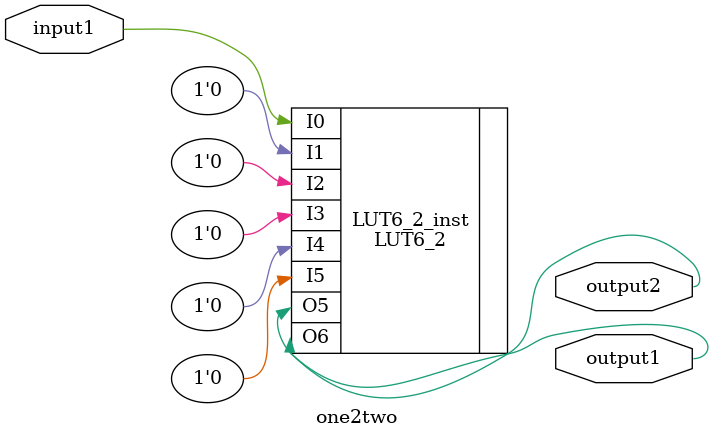
<source format=v>
`timescale 1ns / 1ps


module one2two(
(*DONT_TOUCH= "true"*)    input input1,
 (*DONT_TOUCH= "true"*)   output output1,
 (*DONT_TOUCH= "true"*)   output output2
    );
// LUT6_2: 6-input, 2 output Look-Up Table
// 7 Series
// Xilinx HDL Libraries Guide, version 14.7
(* LOCK_PINS="I0:A1, I1:A2, I2:A6, I3:A3, I4:A4, I5:A5" *)
LUT6_2 #(
.INIT(64'hAAAAAAAAAAAAAAAA) // Specify LUT Contents
) LUT6_2_inst (
.O6(output1), // 1-bit LUT6 output
.O5(output2), // 1-bit lower LUT5 output
.I0(input1), // 1-bit LUT input
.I1(1'b0), // 1-bit LUT input
.I2(1'b0), // 1-bit LUT input
.I3(1'b0), // 1-bit LUT input
.I4(1'b0), // 1-bit LUT input
.I5(1'b0) // 1-bit LUT input (fast MUX select only available to O6 output)
);
// End of LUT6_2_inst instantiation
endmodule

</source>
